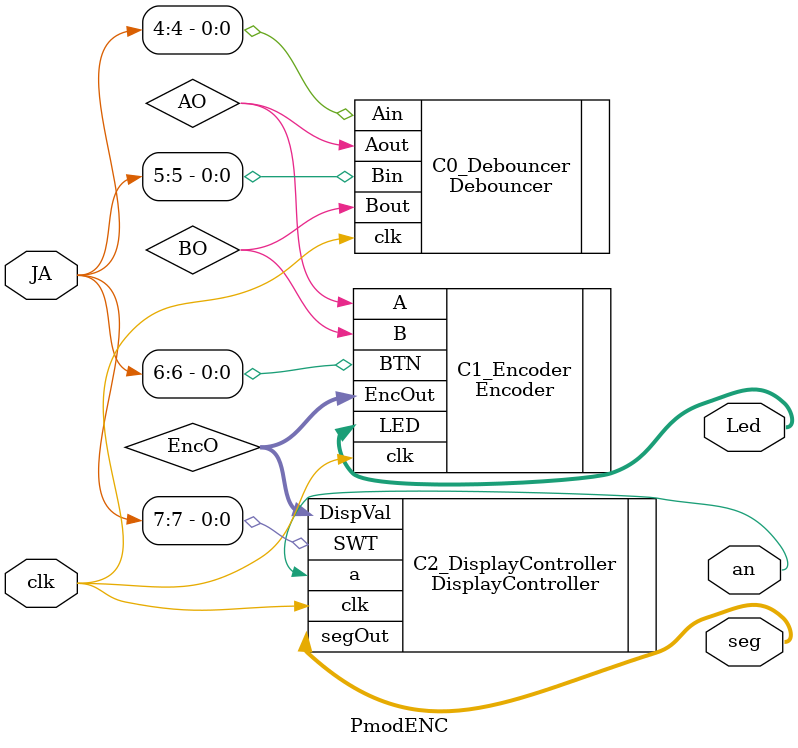
<source format=v>
`timescale 1ns / 1ps
module PmodENC(
    clk,
    JA,
    an,
    seg,
    Led
    );

	 // ===========================================================================
	 // 										Port Declarations
	 // ===========================================================================
    input clk;
    input [7:4] JA;
    output an;
    output [6:0] seg;
    output [1:0] Led;

	 // ===========================================================================
	 // 							  Parameters, Regsiters, and Wires
	 // ===========================================================================
	 wire an;
	 wire [6:0] seg;
	 wire [1:0] Led;
	 
	 wire [4:0] EncO;
	 
	 // ===========================================================================
	 // 										Implementation
	 // ===========================================================================
 	 Debouncer C0_Debouncer (
				  .clk(clk),
				  .Ain(JA[4]),
				  .Bin(JA[5]),
				  .Aout(AO),
				  .Bout(BO)
	 );
	 
 	 Encoder C1_Encoder (
				  .clk(clk),
				  .A(AO),
				  .B(BO),
				  .BTN(JA[6]),
				  .EncOut(EncO),
				  .LED(Led)
	 );

 	 DisplayController C2_DisplayController (
				  .clk(clk),
				  .SWT(JA[7]),
				  .DispVal(EncO),
				  .a(an),
				  .segOut(seg)
	 );
endmodule

</source>
